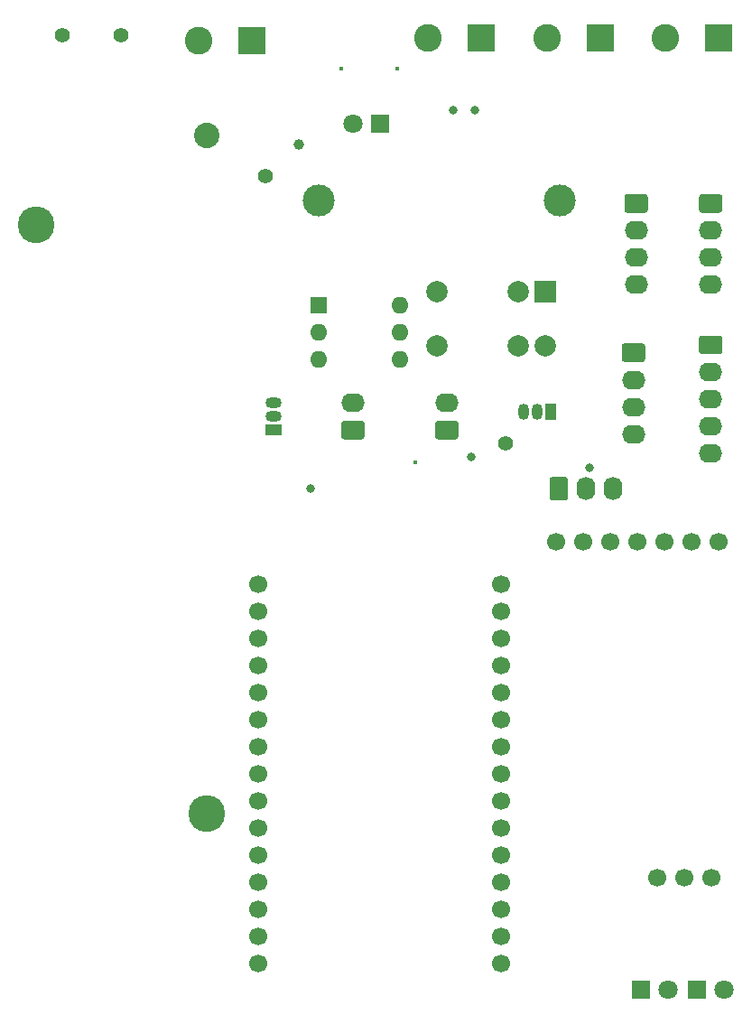
<source format=gbr>
%TF.GenerationSoftware,KiCad,Pcbnew,5.1.12-84ad8e8a86~92~ubuntu16.04.1*%
%TF.CreationDate,2022-03-26T09:40:31-03:00*%
%TF.ProjectId,BaseAurora,42617365-4175-4726-9f72-612e6b696361,rev?*%
%TF.SameCoordinates,Original*%
%TF.FileFunction,Soldermask,Bot*%
%TF.FilePolarity,Negative*%
%FSLAX46Y46*%
G04 Gerber Fmt 4.6, Leading zero omitted, Abs format (unit mm)*
G04 Created by KiCad (PCBNEW 5.1.12-84ad8e8a86~92~ubuntu16.04.1) date 2022-03-26 09:40:31*
%MOMM*%
%LPD*%
G01*
G04 APERTURE LIST*
%ADD10C,2.600000*%
%ADD11R,2.600000X2.600000*%
%ADD12O,2.190000X1.740000*%
%ADD13C,1.700000*%
%ADD14O,1.740000X2.190000*%
%ADD15C,2.390000*%
%ADD16C,3.450000*%
%ADD17R,1.050000X1.500000*%
%ADD18O,1.050000X1.500000*%
%ADD19O,1.600000X1.600000*%
%ADD20R,1.600000X1.600000*%
%ADD21R,1.500000X1.050000*%
%ADD22O,1.500000X1.050000*%
%ADD23C,2.000000*%
%ADD24R,2.000000X2.000000*%
%ADD25C,3.000000*%
%ADD26C,1.800000*%
%ADD27R,1.800000X1.800000*%
%ADD28C,0.800000*%
%ADD29C,0.400000*%
%ADD30C,1.400000*%
%ADD31C,1.000000*%
G04 APERTURE END LIST*
D10*
%TO.C,J7*%
X241875000Y-27500000D03*
D11*
X246875000Y-27500000D03*
%TD*%
D12*
%TO.C,J2*%
X257250000Y-66410000D03*
X257250000Y-63870000D03*
X257250000Y-61330000D03*
X257250000Y-58790000D03*
G36*
G01*
X256404999Y-55380000D02*
X258095001Y-55380000D01*
G75*
G02*
X258345000Y-55629999I0J-249999D01*
G01*
X258345000Y-56870001D01*
G75*
G02*
X258095001Y-57120000I-249999J0D01*
G01*
X256404999Y-57120000D01*
G75*
G02*
X256155000Y-56870001I0J249999D01*
G01*
X256155000Y-55629999D01*
G75*
G02*
X256404999Y-55380000I249999J0D01*
G01*
G37*
%TD*%
%TO.C,J5*%
X257250000Y-50620000D03*
X257250000Y-48080000D03*
X257250000Y-45540000D03*
G36*
G01*
X256404999Y-42130000D02*
X258095001Y-42130000D01*
G75*
G02*
X258345000Y-42379999I0J-249999D01*
G01*
X258345000Y-43620001D01*
G75*
G02*
X258095001Y-43870000I-249999J0D01*
G01*
X256404999Y-43870000D01*
G75*
G02*
X256155000Y-43620001I0J249999D01*
G01*
X256155000Y-42379999D01*
G75*
G02*
X256404999Y-42130000I249999J0D01*
G01*
G37*
%TD*%
D13*
%TO.C,U2*%
X257330000Y-106250000D03*
X254790000Y-106250000D03*
X252250000Y-106250000D03*
X242790000Y-74750000D03*
X245330000Y-74750000D03*
X247870000Y-74750000D03*
X250410000Y-74750000D03*
X252950000Y-74750000D03*
X255490000Y-74750000D03*
X258030000Y-74750000D03*
%TD*%
D14*
%TO.C,J10*%
X248080000Y-69750000D03*
X245540000Y-69750000D03*
G36*
G01*
X242130000Y-70595001D02*
X242130000Y-68904999D01*
G75*
G02*
X242379999Y-68655000I249999J0D01*
G01*
X243620001Y-68655000D01*
G75*
G02*
X243870000Y-68904999I0J-249999D01*
G01*
X243870000Y-70595001D01*
G75*
G02*
X243620001Y-70845000I-249999J0D01*
G01*
X242379999Y-70845000D01*
G75*
G02*
X242130000Y-70595001I0J249999D01*
G01*
G37*
%TD*%
D15*
%TO.C,BT1*%
X210000000Y-36650000D03*
D16*
X194000000Y-44980000D03*
X210000000Y-100180000D03*
%TD*%
D13*
%TO.C,U4*%
X214805000Y-78700000D03*
X214805000Y-81240000D03*
X214805000Y-83780000D03*
X214805000Y-86320000D03*
X214805000Y-88860000D03*
X214805000Y-91400000D03*
X214805000Y-93940000D03*
X214805000Y-96480000D03*
X214805000Y-99020000D03*
X214805000Y-101560000D03*
X214805000Y-104100000D03*
X214805000Y-106640000D03*
X214805000Y-109180000D03*
X214805000Y-111720000D03*
X214805000Y-114260000D03*
X237560000Y-114260000D03*
X237560000Y-111720000D03*
X237560000Y-109180000D03*
X237560000Y-106640000D03*
X237560000Y-104100000D03*
X237560000Y-101560000D03*
X237560000Y-99020000D03*
X237560000Y-96480000D03*
X237560000Y-93940000D03*
X237560000Y-91400000D03*
X237560000Y-88860000D03*
X237560000Y-86320000D03*
X237560000Y-83780000D03*
X237560000Y-81240000D03*
X237560000Y-78700000D03*
%TD*%
D17*
%TO.C,Q2*%
X242250000Y-62500000D03*
D18*
X239710000Y-62500000D03*
X240980000Y-62500000D03*
%TD*%
D19*
%TO.C,U3*%
X228120000Y-52500000D03*
X220500000Y-57580000D03*
X228120000Y-55040000D03*
X220500000Y-55040000D03*
X228120000Y-57580000D03*
D20*
X220500000Y-52500000D03*
%TD*%
D21*
%TO.C,Q1*%
X216250000Y-64250000D03*
D22*
X216250000Y-61710000D03*
X216250000Y-62980000D03*
%TD*%
D23*
%TO.C,K1*%
X231590000Y-51250000D03*
X231590000Y-56330000D03*
X239210000Y-51250000D03*
D24*
X241750000Y-51250000D03*
D23*
X239210000Y-56330000D03*
X241750000Y-56330000D03*
%TD*%
D12*
%TO.C,J9*%
X232500000Y-61710000D03*
G36*
G01*
X233345001Y-65120000D02*
X231654999Y-65120000D01*
G75*
G02*
X231405000Y-64870001I0J249999D01*
G01*
X231405000Y-63629999D01*
G75*
G02*
X231654999Y-63380000I249999J0D01*
G01*
X233345001Y-63380000D01*
G75*
G02*
X233595000Y-63629999I0J-249999D01*
G01*
X233595000Y-64870001D01*
G75*
G02*
X233345001Y-65120000I-249999J0D01*
G01*
G37*
%TD*%
%TO.C,J8*%
X223690000Y-61710000D03*
G36*
G01*
X224535001Y-65120000D02*
X222844999Y-65120000D01*
G75*
G02*
X222595000Y-64870001I0J249999D01*
G01*
X222595000Y-63629999D01*
G75*
G02*
X222844999Y-63380000I249999J0D01*
G01*
X224535001Y-63380000D01*
G75*
G02*
X224785000Y-63629999I0J-249999D01*
G01*
X224785000Y-64870001D01*
G75*
G02*
X224535001Y-65120000I-249999J0D01*
G01*
G37*
%TD*%
%TO.C,J4*%
X250250000Y-50620000D03*
X250250000Y-48080000D03*
X250250000Y-45540000D03*
G36*
G01*
X249404999Y-42130000D02*
X251095001Y-42130000D01*
G75*
G02*
X251345000Y-42379999I0J-249999D01*
G01*
X251345000Y-43620001D01*
G75*
G02*
X251095001Y-43870000I-249999J0D01*
G01*
X249404999Y-43870000D01*
G75*
G02*
X249155000Y-43620001I0J249999D01*
G01*
X249155000Y-42379999D01*
G75*
G02*
X249404999Y-42130000I249999J0D01*
G01*
G37*
%TD*%
%TO.C,J1*%
X250000000Y-64620000D03*
X250000000Y-62080000D03*
X250000000Y-59540000D03*
G36*
G01*
X249154999Y-56130000D02*
X250845001Y-56130000D01*
G75*
G02*
X251095000Y-56379999I0J-249999D01*
G01*
X251095000Y-57620001D01*
G75*
G02*
X250845001Y-57870000I-249999J0D01*
G01*
X249154999Y-57870000D01*
G75*
G02*
X248905000Y-57620001I0J249999D01*
G01*
X248905000Y-56379999D01*
G75*
G02*
X249154999Y-56130000I249999J0D01*
G01*
G37*
%TD*%
D25*
%TO.C,F2*%
X243100000Y-42750000D03*
X220500000Y-42750000D03*
%TD*%
D26*
%TO.C,D4*%
X223710000Y-35500000D03*
D27*
X226250000Y-35500000D03*
%TD*%
D26*
%TO.C,D2*%
X253290000Y-116750000D03*
D27*
X250750000Y-116750000D03*
%TD*%
D26*
%TO.C,D1*%
X258540000Y-116750000D03*
D27*
X256000000Y-116750000D03*
%TD*%
D11*
%TO.C,J3*%
X214250000Y-27750000D03*
D10*
X209250000Y-27750000D03*
%TD*%
D11*
%TO.C,J6*%
X235750000Y-27500000D03*
D10*
X230750000Y-27500000D03*
%TD*%
%TO.C,J11*%
X253000000Y-27500000D03*
D11*
X258000000Y-27500000D03*
%TD*%
D28*
X245900000Y-67750000D03*
D29*
X229500000Y-67250000D03*
X222625001Y-30375001D03*
X227874999Y-30375001D03*
D30*
X196450000Y-27250000D03*
X201900000Y-27250000D03*
D31*
X218600000Y-37450000D03*
D30*
X238000000Y-65500000D03*
D28*
X233120001Y-34296250D03*
X234750000Y-66750000D03*
D30*
X215499999Y-40450001D03*
D28*
X219750000Y-69750000D03*
X235112500Y-34296250D03*
M02*

</source>
